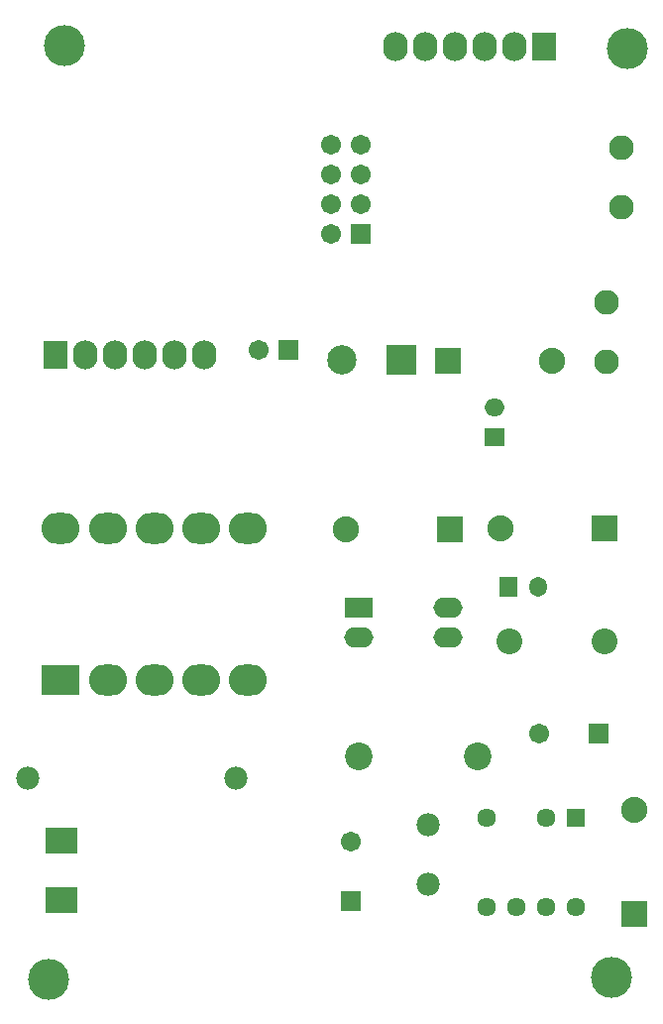
<source format=gbs>
G04*
G04 #@! TF.GenerationSoftware,Altium Limited,Altium Designer,21.0.9 (235)*
G04*
G04 Layer_Color=16711935*
%FSTAX24Y24*%
%MOIN*%
G70*
G04*
G04 #@! TF.SameCoordinates,7FC3A568-097F-4849-A274-7F7CC5E3089F*
G04*
G04*
G04 #@! TF.FilePolarity,Negative*
G04*
G01*
G75*
%ADD43R,0.0986X0.0986*%
%ADD44C,0.0986*%
%ADD45O,0.0671X0.0592*%
%ADD46R,0.0671X0.0592*%
%ADD47R,0.0880X0.0880*%
%ADD48C,0.0880*%
%ADD49R,0.0592X0.0671*%
%ADD50O,0.0592X0.0671*%
%ADD51O,0.0980X0.0680*%
%ADD52R,0.0980X0.0680*%
%ADD53R,0.0671X0.0671*%
%ADD54C,0.0671*%
%ADD55C,0.0930*%
%ADD56C,0.0635*%
%ADD57R,0.0635X0.0635*%
%ADD58C,0.0780*%
%ADD59R,0.0671X0.0671*%
%ADD60C,0.1379*%
%ADD61R,0.1281X0.1045*%
%ADD62O,0.1281X0.1045*%
%ADD63C,0.0867*%
%ADD64R,0.1064X0.0867*%
%ADD65O,0.0830X0.0980*%
%ADD66R,0.0830X0.0980*%
%ADD67C,0.0830*%
%ADD68R,0.0880X0.0880*%
D43*
X042687Y035522D02*
D03*
D44*
X040718D02*
D03*
D45*
X045837Y033923D02*
D03*
D46*
Y032923D02*
D03*
D47*
X044327Y029823D02*
D03*
X049537Y029872D02*
D03*
X044285Y035512D02*
D03*
D48*
X040827Y029823D02*
D03*
X046037Y029872D02*
D03*
X047785Y035512D02*
D03*
X050522Y020409D02*
D03*
D49*
X046289Y027904D02*
D03*
D50*
X047289D02*
D03*
D51*
X044272Y027185D02*
D03*
Y026185D02*
D03*
X041272D02*
D03*
D52*
Y027185D02*
D03*
D53*
X049337Y022972D02*
D03*
X038907Y035846D02*
D03*
D54*
X047337Y022972D02*
D03*
X041004Y019317D02*
D03*
X037907Y035846D02*
D03*
X040325Y042772D02*
D03*
X041325D02*
D03*
X040325Y041772D02*
D03*
X041325D02*
D03*
X040325Y040772D02*
D03*
X041325D02*
D03*
X040325Y039772D02*
D03*
D55*
X045276Y022205D02*
D03*
X041276D02*
D03*
D56*
X045579Y020128D02*
D03*
X047579D02*
D03*
X045579Y017128D02*
D03*
X046579D02*
D03*
X047579D02*
D03*
X048579D02*
D03*
D57*
Y020128D02*
D03*
D58*
X043602Y019884D02*
D03*
Y017884D02*
D03*
X037124Y021466D02*
D03*
X030124D02*
D03*
D59*
X041004Y017317D02*
D03*
X041325Y039772D02*
D03*
D60*
X030827Y014705D02*
D03*
X050295Y046004D02*
D03*
X031378Y046112D02*
D03*
X049783Y014774D02*
D03*
D61*
X03125Y024754D02*
D03*
D62*
X032825D02*
D03*
X0344D02*
D03*
X035974D02*
D03*
X037549D02*
D03*
Y029872D02*
D03*
X035974D02*
D03*
X0344D02*
D03*
X032825D02*
D03*
X03125D02*
D03*
D63*
X049523Y026053D02*
D03*
X046323D02*
D03*
D64*
X03128Y017356D02*
D03*
Y019356D02*
D03*
D65*
X042496Y046073D02*
D03*
X044496D02*
D03*
X045496D02*
D03*
X046496D02*
D03*
X043496D02*
D03*
X036061Y035679D02*
D03*
X034061D02*
D03*
X033061D02*
D03*
X032061D02*
D03*
X035061D02*
D03*
D66*
X047496Y046073D02*
D03*
X031061Y035679D02*
D03*
D67*
X050098Y042673D02*
D03*
Y040673D02*
D03*
X049606Y03547D02*
D03*
Y03747D02*
D03*
D68*
X050522Y016909D02*
D03*
M02*

</source>
